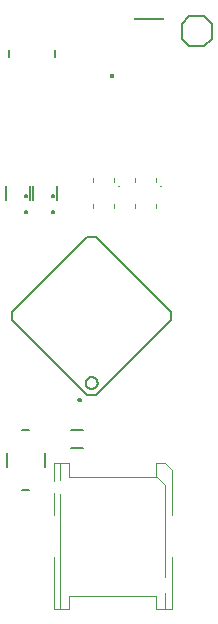
<source format=gbo>
G75*
%MOIN*%
%OFA0B0*%
%FSLAX25Y25*%
%IPPOS*%
%LPD*%
%AMOC8*
5,1,8,0,0,1.08239X$1,22.5*
%
%ADD10C,0.00394*%
%ADD11C,0.00600*%
%ADD12C,0.00500*%
%ADD13C,0.00787*%
%ADD14C,0.00800*%
%ADD15R,0.01673X0.01772*%
%ADD16R,0.10000X0.01000*%
D10*
X0064978Y0006987D02*
X0067144Y0006987D01*
X0067144Y0045176D01*
X0064978Y0045570D02*
X0064978Y0038090D01*
X0064978Y0049507D02*
X0064978Y0055413D01*
X0067144Y0055413D01*
X0067144Y0049704D01*
X0070097Y0050885D02*
X0070097Y0055413D01*
X0067144Y0055413D01*
X0070097Y0050885D02*
X0099230Y0050885D01*
X0099230Y0051279D01*
X0102183Y0048326D01*
X0102183Y0017617D01*
X0102183Y0012106D02*
X0102183Y0006987D01*
X0104349Y0006987D01*
X0104349Y0024310D01*
X0104349Y0038090D02*
X0104349Y0053247D01*
X0102183Y0055413D01*
X0099230Y0055413D01*
X0099230Y0051279D01*
X0064978Y0024310D02*
X0064978Y0006987D01*
X0067144Y0006987D02*
X0070097Y0006987D01*
X0070097Y0011121D01*
X0099230Y0011121D01*
X0099230Y0006987D01*
X0102183Y0006987D01*
X0099207Y0140382D02*
X0099207Y0141957D01*
X0092120Y0141957D02*
X0092120Y0140382D01*
X0085207Y0140382D02*
X0085207Y0141957D01*
X0078120Y0141957D02*
X0078120Y0140382D01*
X0078120Y0149043D02*
X0078120Y0150618D01*
X0085207Y0150618D02*
X0085207Y0149043D01*
X0092120Y0149043D02*
X0092120Y0150618D01*
X0099207Y0150618D02*
X0099207Y0149043D01*
D11*
X0066187Y0147803D02*
X0066187Y0143197D01*
X0058140Y0143197D02*
X0058140Y0147803D01*
X0057187Y0147803D02*
X0057187Y0143197D01*
X0049140Y0143197D02*
X0049140Y0147803D01*
X0107663Y0197000D02*
X0110163Y0194500D01*
X0115163Y0194500D01*
X0117663Y0197000D01*
X0117663Y0202000D01*
X0115163Y0204500D01*
X0110163Y0204500D01*
X0107663Y0202000D01*
X0107663Y0197000D01*
D12*
X0065282Y0193300D02*
X0065282Y0190700D01*
X0050045Y0190700D02*
X0050045Y0193300D01*
X0055331Y0144476D02*
X0055333Y0144513D01*
X0055339Y0144550D01*
X0055349Y0144587D01*
X0055362Y0144621D01*
X0055380Y0144655D01*
X0055400Y0144686D01*
X0055424Y0144715D01*
X0055451Y0144741D01*
X0055481Y0144764D01*
X0055512Y0144784D01*
X0055546Y0144800D01*
X0055581Y0144813D01*
X0055618Y0144822D01*
X0055655Y0144827D01*
X0055692Y0144828D01*
X0055730Y0144825D01*
X0055767Y0144818D01*
X0055802Y0144807D01*
X0055837Y0144793D01*
X0055870Y0144774D01*
X0055900Y0144753D01*
X0055929Y0144728D01*
X0055954Y0144701D01*
X0055976Y0144671D01*
X0055995Y0144638D01*
X0056011Y0144604D01*
X0056023Y0144569D01*
X0056031Y0144532D01*
X0056035Y0144495D01*
X0056035Y0144457D01*
X0056031Y0144420D01*
X0056023Y0144383D01*
X0056011Y0144348D01*
X0055995Y0144314D01*
X0055976Y0144281D01*
X0055954Y0144251D01*
X0055929Y0144224D01*
X0055900Y0144199D01*
X0055870Y0144178D01*
X0055837Y0144159D01*
X0055802Y0144145D01*
X0055767Y0144134D01*
X0055730Y0144127D01*
X0055692Y0144124D01*
X0055655Y0144125D01*
X0055618Y0144130D01*
X0055581Y0144139D01*
X0055546Y0144152D01*
X0055512Y0144168D01*
X0055481Y0144188D01*
X0055451Y0144211D01*
X0055424Y0144237D01*
X0055400Y0144266D01*
X0055380Y0144297D01*
X0055362Y0144331D01*
X0055349Y0144365D01*
X0055339Y0144402D01*
X0055333Y0144439D01*
X0055331Y0144476D01*
X0064331Y0144476D02*
X0064333Y0144513D01*
X0064339Y0144550D01*
X0064349Y0144587D01*
X0064362Y0144621D01*
X0064380Y0144655D01*
X0064400Y0144686D01*
X0064424Y0144715D01*
X0064451Y0144741D01*
X0064481Y0144764D01*
X0064512Y0144784D01*
X0064546Y0144800D01*
X0064581Y0144813D01*
X0064618Y0144822D01*
X0064655Y0144827D01*
X0064692Y0144828D01*
X0064730Y0144825D01*
X0064767Y0144818D01*
X0064802Y0144807D01*
X0064837Y0144793D01*
X0064870Y0144774D01*
X0064900Y0144753D01*
X0064929Y0144728D01*
X0064954Y0144701D01*
X0064976Y0144671D01*
X0064995Y0144638D01*
X0065011Y0144604D01*
X0065023Y0144569D01*
X0065031Y0144532D01*
X0065035Y0144495D01*
X0065035Y0144457D01*
X0065031Y0144420D01*
X0065023Y0144383D01*
X0065011Y0144348D01*
X0064995Y0144314D01*
X0064976Y0144281D01*
X0064954Y0144251D01*
X0064929Y0144224D01*
X0064900Y0144199D01*
X0064870Y0144178D01*
X0064837Y0144159D01*
X0064802Y0144145D01*
X0064767Y0144134D01*
X0064730Y0144127D01*
X0064692Y0144124D01*
X0064655Y0144125D01*
X0064618Y0144130D01*
X0064581Y0144139D01*
X0064546Y0144152D01*
X0064512Y0144168D01*
X0064481Y0144188D01*
X0064451Y0144211D01*
X0064424Y0144237D01*
X0064400Y0144266D01*
X0064380Y0144297D01*
X0064362Y0144331D01*
X0064349Y0144365D01*
X0064339Y0144402D01*
X0064333Y0144439D01*
X0064331Y0144476D01*
X0064411Y0139200D02*
X0064413Y0139237D01*
X0064419Y0139274D01*
X0064429Y0139311D01*
X0064442Y0139345D01*
X0064460Y0139379D01*
X0064480Y0139410D01*
X0064504Y0139439D01*
X0064531Y0139465D01*
X0064561Y0139488D01*
X0064592Y0139508D01*
X0064626Y0139524D01*
X0064661Y0139537D01*
X0064698Y0139546D01*
X0064735Y0139551D01*
X0064772Y0139552D01*
X0064810Y0139549D01*
X0064847Y0139542D01*
X0064882Y0139531D01*
X0064917Y0139517D01*
X0064950Y0139498D01*
X0064980Y0139477D01*
X0065009Y0139452D01*
X0065034Y0139425D01*
X0065056Y0139395D01*
X0065075Y0139362D01*
X0065091Y0139328D01*
X0065103Y0139293D01*
X0065111Y0139256D01*
X0065115Y0139219D01*
X0065115Y0139181D01*
X0065111Y0139144D01*
X0065103Y0139107D01*
X0065091Y0139072D01*
X0065075Y0139038D01*
X0065056Y0139005D01*
X0065034Y0138975D01*
X0065009Y0138948D01*
X0064980Y0138923D01*
X0064950Y0138902D01*
X0064917Y0138883D01*
X0064882Y0138869D01*
X0064847Y0138858D01*
X0064810Y0138851D01*
X0064772Y0138848D01*
X0064735Y0138849D01*
X0064698Y0138854D01*
X0064661Y0138863D01*
X0064626Y0138876D01*
X0064592Y0138892D01*
X0064561Y0138912D01*
X0064531Y0138935D01*
X0064504Y0138961D01*
X0064480Y0138990D01*
X0064460Y0139021D01*
X0064442Y0139055D01*
X0064429Y0139089D01*
X0064419Y0139126D01*
X0064413Y0139163D01*
X0064411Y0139200D01*
X0055411Y0139200D02*
X0055413Y0139237D01*
X0055419Y0139274D01*
X0055429Y0139311D01*
X0055442Y0139345D01*
X0055460Y0139379D01*
X0055480Y0139410D01*
X0055504Y0139439D01*
X0055531Y0139465D01*
X0055561Y0139488D01*
X0055592Y0139508D01*
X0055626Y0139524D01*
X0055661Y0139537D01*
X0055698Y0139546D01*
X0055735Y0139551D01*
X0055772Y0139552D01*
X0055810Y0139549D01*
X0055847Y0139542D01*
X0055882Y0139531D01*
X0055917Y0139517D01*
X0055950Y0139498D01*
X0055980Y0139477D01*
X0056009Y0139452D01*
X0056034Y0139425D01*
X0056056Y0139395D01*
X0056075Y0139362D01*
X0056091Y0139328D01*
X0056103Y0139293D01*
X0056111Y0139256D01*
X0056115Y0139219D01*
X0056115Y0139181D01*
X0056111Y0139144D01*
X0056103Y0139107D01*
X0056091Y0139072D01*
X0056075Y0139038D01*
X0056056Y0139005D01*
X0056034Y0138975D01*
X0056009Y0138948D01*
X0055980Y0138923D01*
X0055950Y0138902D01*
X0055917Y0138883D01*
X0055882Y0138869D01*
X0055847Y0138858D01*
X0055810Y0138851D01*
X0055772Y0138848D01*
X0055735Y0138849D01*
X0055698Y0138854D01*
X0055661Y0138863D01*
X0055626Y0138876D01*
X0055592Y0138892D01*
X0055561Y0138912D01*
X0055531Y0138935D01*
X0055504Y0138961D01*
X0055480Y0138990D01*
X0055460Y0139021D01*
X0055442Y0139055D01*
X0055429Y0139089D01*
X0055419Y0139126D01*
X0055413Y0139163D01*
X0055411Y0139200D01*
X0076272Y0130947D02*
X0079055Y0130947D01*
X0104110Y0105892D01*
X0104110Y0103108D01*
X0079055Y0078053D01*
X0076272Y0078053D01*
X0051217Y0103108D01*
X0051217Y0105892D01*
X0076272Y0130947D01*
X0075694Y0082229D02*
X0075696Y0082317D01*
X0075702Y0082405D01*
X0075712Y0082493D01*
X0075726Y0082581D01*
X0075743Y0082667D01*
X0075765Y0082753D01*
X0075790Y0082837D01*
X0075820Y0082921D01*
X0075852Y0083003D01*
X0075889Y0083083D01*
X0075929Y0083162D01*
X0075973Y0083239D01*
X0076020Y0083314D01*
X0076070Y0083386D01*
X0076124Y0083457D01*
X0076180Y0083524D01*
X0076240Y0083590D01*
X0076302Y0083652D01*
X0076368Y0083712D01*
X0076435Y0083768D01*
X0076506Y0083822D01*
X0076578Y0083872D01*
X0076653Y0083919D01*
X0076730Y0083963D01*
X0076809Y0084003D01*
X0076889Y0084040D01*
X0076971Y0084072D01*
X0077055Y0084102D01*
X0077139Y0084127D01*
X0077225Y0084149D01*
X0077311Y0084166D01*
X0077399Y0084180D01*
X0077487Y0084190D01*
X0077575Y0084196D01*
X0077663Y0084198D01*
X0077751Y0084196D01*
X0077839Y0084190D01*
X0077927Y0084180D01*
X0078015Y0084166D01*
X0078101Y0084149D01*
X0078187Y0084127D01*
X0078271Y0084102D01*
X0078355Y0084072D01*
X0078437Y0084040D01*
X0078517Y0084003D01*
X0078596Y0083963D01*
X0078673Y0083919D01*
X0078748Y0083872D01*
X0078820Y0083822D01*
X0078891Y0083768D01*
X0078958Y0083712D01*
X0079024Y0083652D01*
X0079086Y0083590D01*
X0079146Y0083524D01*
X0079202Y0083457D01*
X0079256Y0083386D01*
X0079306Y0083314D01*
X0079353Y0083239D01*
X0079397Y0083162D01*
X0079437Y0083083D01*
X0079474Y0083003D01*
X0079506Y0082921D01*
X0079536Y0082837D01*
X0079561Y0082753D01*
X0079583Y0082667D01*
X0079600Y0082581D01*
X0079614Y0082493D01*
X0079624Y0082405D01*
X0079630Y0082317D01*
X0079632Y0082229D01*
X0079630Y0082141D01*
X0079624Y0082053D01*
X0079614Y0081965D01*
X0079600Y0081877D01*
X0079583Y0081791D01*
X0079561Y0081705D01*
X0079536Y0081621D01*
X0079506Y0081537D01*
X0079474Y0081455D01*
X0079437Y0081375D01*
X0079397Y0081296D01*
X0079353Y0081219D01*
X0079306Y0081144D01*
X0079256Y0081072D01*
X0079202Y0081001D01*
X0079146Y0080934D01*
X0079086Y0080868D01*
X0079024Y0080806D01*
X0078958Y0080746D01*
X0078891Y0080690D01*
X0078820Y0080636D01*
X0078748Y0080586D01*
X0078673Y0080539D01*
X0078596Y0080495D01*
X0078517Y0080455D01*
X0078437Y0080418D01*
X0078355Y0080386D01*
X0078271Y0080356D01*
X0078187Y0080331D01*
X0078101Y0080309D01*
X0078015Y0080292D01*
X0077927Y0080278D01*
X0077839Y0080268D01*
X0077751Y0080262D01*
X0077663Y0080260D01*
X0077575Y0080262D01*
X0077487Y0080268D01*
X0077399Y0080278D01*
X0077311Y0080292D01*
X0077225Y0080309D01*
X0077139Y0080331D01*
X0077055Y0080356D01*
X0076971Y0080386D01*
X0076889Y0080418D01*
X0076809Y0080455D01*
X0076730Y0080495D01*
X0076653Y0080539D01*
X0076578Y0080586D01*
X0076506Y0080636D01*
X0076435Y0080690D01*
X0076368Y0080746D01*
X0076302Y0080806D01*
X0076240Y0080868D01*
X0076180Y0080934D01*
X0076124Y0081001D01*
X0076070Y0081072D01*
X0076020Y0081144D01*
X0075973Y0081219D01*
X0075929Y0081296D01*
X0075889Y0081375D01*
X0075852Y0081455D01*
X0075820Y0081537D01*
X0075790Y0081621D01*
X0075765Y0081705D01*
X0075743Y0081791D01*
X0075726Y0081877D01*
X0075712Y0081965D01*
X0075702Y0082053D01*
X0075696Y0082141D01*
X0075694Y0082229D01*
D13*
X0073233Y0076522D02*
X0073235Y0076561D01*
X0073241Y0076600D01*
X0073251Y0076638D01*
X0073264Y0076675D01*
X0073281Y0076710D01*
X0073301Y0076744D01*
X0073325Y0076775D01*
X0073352Y0076804D01*
X0073381Y0076830D01*
X0073413Y0076853D01*
X0073447Y0076873D01*
X0073483Y0076889D01*
X0073520Y0076901D01*
X0073559Y0076910D01*
X0073598Y0076915D01*
X0073637Y0076916D01*
X0073676Y0076913D01*
X0073715Y0076906D01*
X0073752Y0076895D01*
X0073789Y0076881D01*
X0073824Y0076863D01*
X0073857Y0076842D01*
X0073888Y0076817D01*
X0073916Y0076790D01*
X0073941Y0076760D01*
X0073963Y0076727D01*
X0073982Y0076693D01*
X0073997Y0076657D01*
X0074009Y0076619D01*
X0074017Y0076581D01*
X0074021Y0076542D01*
X0074021Y0076502D01*
X0074017Y0076463D01*
X0074009Y0076425D01*
X0073997Y0076387D01*
X0073982Y0076351D01*
X0073963Y0076317D01*
X0073941Y0076284D01*
X0073916Y0076254D01*
X0073888Y0076227D01*
X0073857Y0076202D01*
X0073824Y0076181D01*
X0073789Y0076163D01*
X0073752Y0076149D01*
X0073715Y0076138D01*
X0073676Y0076131D01*
X0073637Y0076128D01*
X0073598Y0076129D01*
X0073559Y0076134D01*
X0073520Y0076143D01*
X0073483Y0076155D01*
X0073447Y0076171D01*
X0073413Y0076191D01*
X0073381Y0076214D01*
X0073352Y0076240D01*
X0073325Y0076269D01*
X0073301Y0076300D01*
X0073281Y0076334D01*
X0073264Y0076369D01*
X0073251Y0076406D01*
X0073241Y0076444D01*
X0073235Y0076483D01*
X0073233Y0076522D01*
X0086703Y0147882D02*
X0086705Y0147894D01*
X0086710Y0147905D01*
X0086719Y0147914D01*
X0086730Y0147919D01*
X0086742Y0147921D01*
X0086754Y0147919D01*
X0086765Y0147914D01*
X0086774Y0147905D01*
X0086779Y0147894D01*
X0086781Y0147882D01*
X0086779Y0147870D01*
X0086774Y0147859D01*
X0086765Y0147850D01*
X0086754Y0147845D01*
X0086742Y0147843D01*
X0086730Y0147845D01*
X0086719Y0147850D01*
X0086710Y0147859D01*
X0086705Y0147870D01*
X0086703Y0147882D01*
X0100703Y0147882D02*
X0100705Y0147894D01*
X0100710Y0147905D01*
X0100719Y0147914D01*
X0100730Y0147919D01*
X0100742Y0147921D01*
X0100754Y0147919D01*
X0100765Y0147914D01*
X0100774Y0147905D01*
X0100779Y0147894D01*
X0100781Y0147882D01*
X0100779Y0147870D01*
X0100774Y0147859D01*
X0100765Y0147850D01*
X0100754Y0147845D01*
X0100742Y0147843D01*
X0100730Y0147845D01*
X0100719Y0147850D01*
X0100710Y0147859D01*
X0100705Y0147870D01*
X0100703Y0147882D01*
D14*
X0074632Y0066453D02*
X0070695Y0066453D01*
X0070695Y0060547D02*
X0074632Y0060547D01*
X0061963Y0058862D02*
X0061963Y0054138D01*
X0049364Y0054138D02*
X0049364Y0058862D01*
X0054482Y0066343D02*
X0056845Y0066343D01*
X0056845Y0046657D02*
X0054482Y0046657D01*
D15*
X0084504Y0184390D03*
D16*
X0096663Y0203600D03*
M02*

</source>
